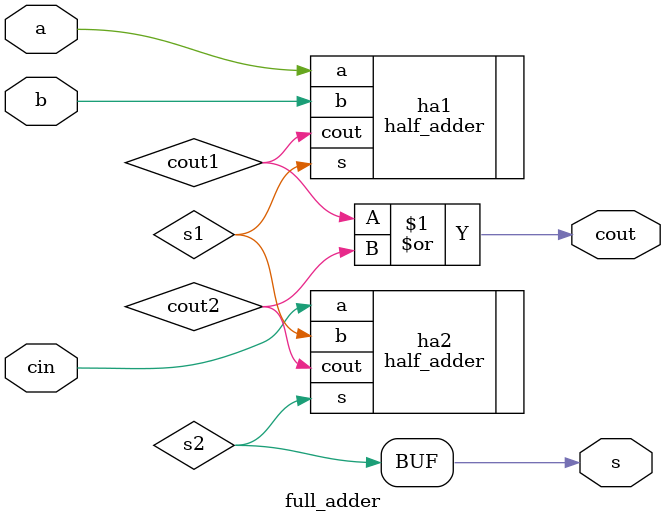
<source format=v>
`timescale 1ns / 1ps

module full_adder(
    input a,
    input b,
    input cin,
    output s,
    output cout
    );

    wire s1, s2, cout1, cout2;

    half_adder ha1 (.a(a), .b(b), .s(s1), .cout(cout1));
    half_adder ha2 (.a(cin), .b(s1), .s(s2), .cout(cout2));

    assign s = s2;
    assign cout = cout1 | cout2;
endmodule

</source>
